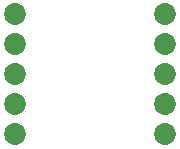
<source format=gbr>
%TF.GenerationSoftware,KiCad,Pcbnew,8.0.6*%
%TF.CreationDate,2025-01-14T17:23:09-07:00*%
%TF.ProjectId,MPPT,4d505054-2e6b-4696-9361-645f70636258,rev?*%
%TF.SameCoordinates,Original*%
%TF.FileFunction,Soldermask,Top*%
%TF.FilePolarity,Negative*%
%FSLAX46Y46*%
G04 Gerber Fmt 4.6, Leading zero omitted, Abs format (unit mm)*
G04 Created by KiCad (PCBNEW 8.0.6) date 2025-01-14 17:23:09*
%MOMM*%
%LPD*%
G01*
G04 APERTURE LIST*
%ADD10C,1.854000*%
G04 APERTURE END LIST*
D10*
%TO.C,J1*%
X137160000Y-93980000D03*
X137160000Y-96520000D03*
X137160000Y-99060000D03*
X137160000Y-101600000D03*
X137160000Y-104140000D03*
%TD*%
%TO.C,J2*%
X149860000Y-93980000D03*
X149860000Y-96520000D03*
X149860000Y-99060000D03*
X149860000Y-101600000D03*
X149860000Y-104140000D03*
%TD*%
M02*

</source>
